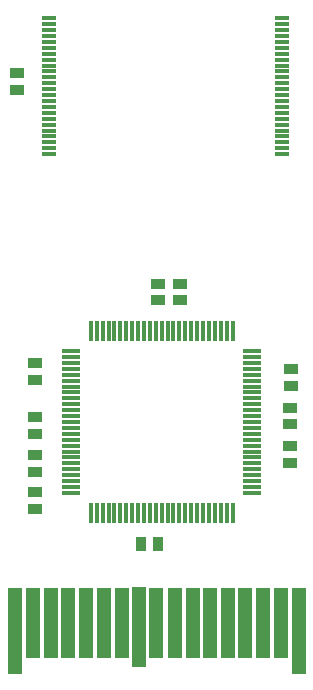
<source format=gbr>
%TF.GenerationSoftware,KiCad,Pcbnew,(6.0.2)*%
%TF.CreationDate,2022-10-02T17:57:44-05:00*%
%TF.ProjectId,MCN003R3,4d434e30-3033-4523-932e-6b696361645f,rev?*%
%TF.SameCoordinates,Original*%
%TF.FileFunction,Paste,Top*%
%TF.FilePolarity,Positive*%
%FSLAX46Y46*%
G04 Gerber Fmt 4.6, Leading zero omitted, Abs format (unit mm)*
G04 Created by KiCad (PCBNEW (6.0.2)) date 2022-10-02 17:57:44*
%MOMM*%
%LPD*%
G01*
G04 APERTURE LIST*
G04 Aperture macros list*
%AMRoundRect*
0 Rectangle with rounded corners*
0 $1 Rounding radius*
0 $2 $3 $4 $5 $6 $7 $8 $9 X,Y pos of 4 corners*
0 Add a 4 corners polygon primitive as box body*
4,1,4,$2,$3,$4,$5,$6,$7,$8,$9,$2,$3,0*
0 Add four circle primitives for the rounded corners*
1,1,$1+$1,$2,$3*
1,1,$1+$1,$4,$5*
1,1,$1+$1,$6,$7*
1,1,$1+$1,$8,$9*
0 Add four rect primitives between the rounded corners*
20,1,$1+$1,$2,$3,$4,$5,0*
20,1,$1+$1,$4,$5,$6,$7,0*
20,1,$1+$1,$6,$7,$8,$9,0*
20,1,$1+$1,$8,$9,$2,$3,0*%
G04 Aperture macros list end*
%ADD10R,1.300000X0.300000*%
%ADD11RoundRect,0.011200X0.128800X-0.768800X0.128800X0.768800X-0.128800X0.768800X-0.128800X-0.768800X0*%
%ADD12RoundRect,0.056000X0.724000X-0.084000X0.724000X0.084000X-0.724000X0.084000X-0.724000X-0.084000X0*%
%ADD13R,1.150000X0.910000*%
%ADD14R,0.910000X1.150000*%
%ADD15R,1.200000X7.250000*%
%ADD16R,1.200000X6.000000*%
%ADD17R,1.200000X6.750000*%
G04 APERTURE END LIST*
D10*
%TO.C,IC2*%
X156832000Y-85575000D03*
X156832000Y-85075000D03*
X156832000Y-84575000D03*
X156832000Y-84075000D03*
X156832000Y-83575000D03*
X156832000Y-83075000D03*
X156832000Y-82575000D03*
X156832000Y-82075000D03*
X156832000Y-81575000D03*
X156832000Y-81075000D03*
X156832000Y-80575000D03*
X156832000Y-80075000D03*
X156832000Y-79575000D03*
X156832000Y-79075000D03*
X156832000Y-78575000D03*
X156832000Y-78075000D03*
X156832000Y-77575000D03*
X156832000Y-77075000D03*
X156832000Y-76575000D03*
X156832000Y-76075000D03*
X156832000Y-75575000D03*
X156832000Y-75075000D03*
X156832000Y-74575000D03*
X156832000Y-74075000D03*
X137132000Y-74075000D03*
X137132000Y-74575000D03*
X137132000Y-75075000D03*
X137132000Y-75575000D03*
X137132000Y-76075000D03*
X137132000Y-76575000D03*
X137132000Y-77075000D03*
X137132000Y-77575000D03*
X137132000Y-78075000D03*
X137132000Y-78575000D03*
X137132000Y-79075000D03*
X137132000Y-79575000D03*
X137132000Y-80075000D03*
X137132000Y-80575000D03*
X137132000Y-81075000D03*
X137132000Y-81575000D03*
X137132000Y-82075000D03*
X137132000Y-82575000D03*
X137132000Y-83075000D03*
X137132000Y-83575000D03*
X137132000Y-84075000D03*
X137132000Y-84575000D03*
X137132000Y-85075000D03*
X137132000Y-85575000D03*
%TD*%
D11*
%TO.C,IC1*%
X140656000Y-115931500D03*
X141156000Y-115931500D03*
X141656000Y-115931500D03*
X142156000Y-115931500D03*
X142656000Y-115931500D03*
X143156000Y-115931500D03*
X143656000Y-115931500D03*
X144156000Y-115931500D03*
X144656000Y-115931500D03*
X145156000Y-115931500D03*
X145656000Y-115931500D03*
X146156000Y-115931500D03*
X146656000Y-115931500D03*
X147156000Y-115931500D03*
X147656000Y-115931500D03*
X148156000Y-115931500D03*
X148656000Y-115931500D03*
X149156000Y-115931500D03*
X149656000Y-115931500D03*
X150156000Y-115931500D03*
X150656000Y-115931500D03*
X151156000Y-115931500D03*
X151656000Y-115931500D03*
X152156000Y-115931500D03*
X152656000Y-115931500D03*
D12*
X154336000Y-114251500D03*
X154336000Y-113751500D03*
X154336000Y-113251500D03*
X154336000Y-112751500D03*
X154336000Y-112251500D03*
X154336000Y-111751500D03*
X154336000Y-111251500D03*
X154336000Y-110751500D03*
X154336000Y-110251500D03*
X154336000Y-109751500D03*
X154336000Y-109251500D03*
X154336000Y-108751500D03*
X154336000Y-108251500D03*
X154336000Y-107751500D03*
X154336000Y-107251500D03*
X154336000Y-106751500D03*
X154336000Y-106251500D03*
X154336000Y-105751500D03*
X154336000Y-105251500D03*
X154336000Y-104751500D03*
X154336000Y-104251500D03*
X154336000Y-103751500D03*
X154336000Y-103251500D03*
X154336000Y-102751500D03*
X154336000Y-102251500D03*
D11*
X152656000Y-100571500D03*
X152156000Y-100571500D03*
X151656000Y-100571500D03*
X151156000Y-100571500D03*
X150656000Y-100571500D03*
X150156000Y-100571500D03*
X149656000Y-100571500D03*
X149156000Y-100571500D03*
X148656000Y-100571500D03*
X148156000Y-100571500D03*
X147656000Y-100571500D03*
X147156000Y-100571500D03*
X146656000Y-100571500D03*
X146156000Y-100571500D03*
X145656000Y-100571500D03*
X145156000Y-100571500D03*
X144656000Y-100571500D03*
X144156000Y-100571500D03*
X143656000Y-100571500D03*
X143156000Y-100571500D03*
X142656000Y-100571500D03*
X142156000Y-100571500D03*
X141656000Y-100571500D03*
X141156000Y-100571500D03*
X140656000Y-100571500D03*
D12*
X138976000Y-102251500D03*
X138976000Y-102751500D03*
X138976000Y-103251500D03*
X138976000Y-103751500D03*
X138976000Y-104251500D03*
X138976000Y-104751500D03*
X138976000Y-105251500D03*
X138976000Y-105751500D03*
X138976000Y-106251500D03*
X138976000Y-106751500D03*
X138976000Y-107251500D03*
X138976000Y-107751500D03*
X138976000Y-108251500D03*
X138976000Y-108751500D03*
X138976000Y-109251500D03*
X138976000Y-109751500D03*
X138976000Y-110251500D03*
X138976000Y-110751500D03*
X138976000Y-111251500D03*
X138976000Y-111751500D03*
X138976000Y-112251500D03*
X138976000Y-112751500D03*
X138976000Y-113251500D03*
X138976000Y-113751500D03*
X138976000Y-114251500D03*
%TD*%
D13*
%TO.C,C7*%
X157593000Y-105202000D03*
X157592000Y-103772000D03*
%TD*%
%TO.C,C6*%
X148182000Y-97956000D03*
X148181000Y-96526000D03*
%TD*%
%TO.C,R1*%
X135961000Y-115616000D03*
X135960000Y-114186000D03*
%TD*%
%TO.C,C8*%
X157549000Y-111713000D03*
X157548000Y-110283000D03*
%TD*%
%TO.C,C4*%
X135921000Y-104664000D03*
X135920000Y-103234000D03*
%TD*%
D14*
%TO.C,C1*%
X144880000Y-118609000D03*
X146310000Y-118608000D03*
%TD*%
D13*
%TO.C,C3*%
X135959000Y-109268000D03*
X135958000Y-107838000D03*
%TD*%
D15*
%TO.C,J1*%
X134202000Y-125926000D03*
D16*
X135744000Y-125280000D03*
X137259000Y-125288000D03*
X138718000Y-125280000D03*
X140225000Y-125287000D03*
X141788000Y-125287000D03*
X143287000Y-125287000D03*
D17*
X144714000Y-125630000D03*
D16*
X146211000Y-125295000D03*
X147774000Y-125295000D03*
X149281000Y-125287000D03*
X150756000Y-125287000D03*
X152255000Y-125287000D03*
X153754000Y-125279000D03*
X155269000Y-125287000D03*
X156784000Y-125287000D03*
D15*
X158291000Y-125920000D03*
%TD*%
D13*
%TO.C,C9*%
X157550000Y-108454000D03*
X157549000Y-107024000D03*
%TD*%
%TO.C,C10*%
X134372000Y-80139000D03*
X134371000Y-78709000D03*
%TD*%
%TO.C,C5*%
X146316000Y-97956000D03*
X146315000Y-96526000D03*
%TD*%
%TO.C,C2*%
X135958000Y-112483000D03*
X135957000Y-111053000D03*
%TD*%
M02*

</source>
